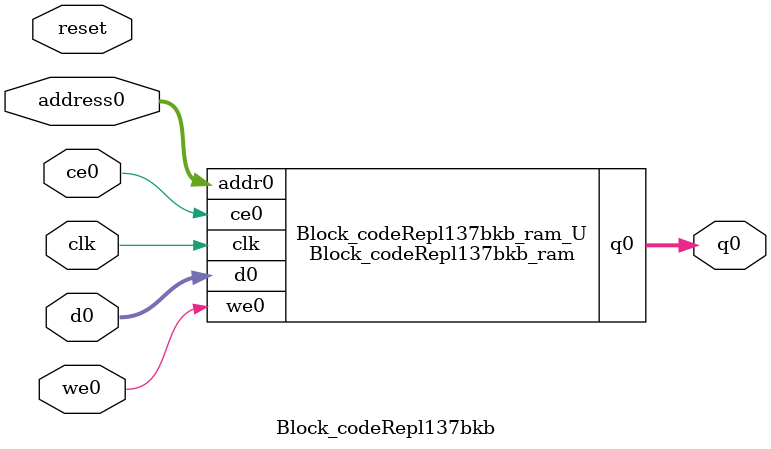
<source format=v>
`timescale 1 ns / 1 ps
module Block_codeRepl137bkb_ram (addr0, ce0, d0, we0, q0,  clk);

parameter DWIDTH = 32;
parameter AWIDTH = 16;
parameter MEM_SIZE = 52164;

input[AWIDTH-1:0] addr0;
input ce0;
input[DWIDTH-1:0] d0;
input we0;
output reg[DWIDTH-1:0] q0;
input clk;

(* ram_style = "block" *)reg [DWIDTH-1:0] ram[0:MEM_SIZE-1];




always @(posedge clk)  
begin 
    if (ce0) begin
        if (we0) 
            ram[addr0] <= d0; 
        q0 <= ram[addr0];
    end
end


endmodule

`timescale 1 ns / 1 ps
module Block_codeRepl137bkb(
    reset,
    clk,
    address0,
    ce0,
    we0,
    d0,
    q0);

parameter DataWidth = 32'd32;
parameter AddressRange = 32'd52164;
parameter AddressWidth = 32'd16;
input reset;
input clk;
input[AddressWidth - 1:0] address0;
input ce0;
input we0;
input[DataWidth - 1:0] d0;
output[DataWidth - 1:0] q0;



Block_codeRepl137bkb_ram Block_codeRepl137bkb_ram_U(
    .clk( clk ),
    .addr0( address0 ),
    .ce0( ce0 ),
    .we0( we0 ),
    .d0( d0 ),
    .q0( q0 ));

endmodule


</source>
